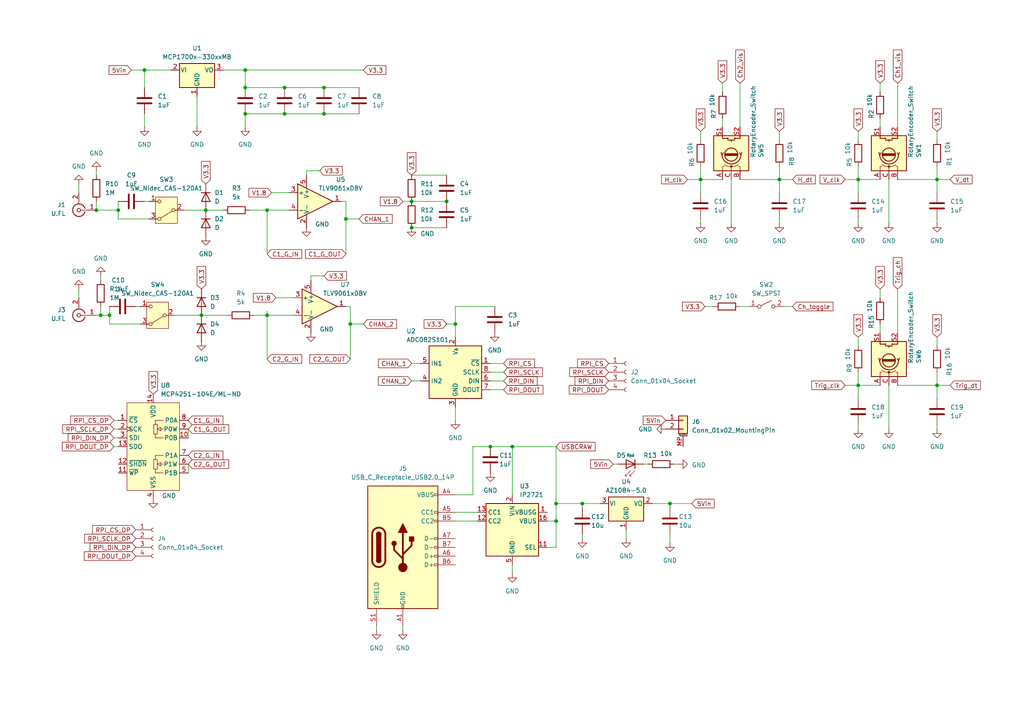
<source format=kicad_sch>
(kicad_sch (version 20250114) (generator "eeschema") (generator_version "9.0")
  (paper "A4")
  (junction (at 226.06 52.07))
  (junction (at 119.38 58.42))
  (junction (at 148.59 129.54))
  (junction (at 100.33 63.5))
  (junction (at 142.24 129.54))
  (junction (at 129.54 58.42))
  (junction (at 93.98 25.4))
  (junction (at 168.91 146.05))
  (junction (at 93.98 33.02))
  (junction (at 58.42 91.44))
  (junction (at 161.29 151.13))
  (junction (at 71.12 20.32))
  (junction (at 161.29 146.05))
  (junction (at 77.47 60.96))
  (junction (at 248.92 111.76))
  (junction (at 271.78 52.07))
  (junction (at 34.29 60.96))
  (junction (at 59.69 60.96))
  (junction (at 203.2 52.07))
  (junction (at 29.21 91.44))
  (junction (at 132.08 93.98))
  (junction (at 71.12 25.4))
  (junction (at 101.6 93.98))
  (junction (at 71.12 33.02))
  (junction (at 119.38 66.04))
  (junction (at 31.75 91.44))
  (junction (at 77.47 91.44))
  (junction (at 82.55 25.4))
  (junction (at 41.91 20.32))
  (junction (at 248.92 52.07))
  (junction (at 82.55 33.02))
  (junction (at 271.78 111.76))
  (junction (at 27.94 60.96))
  (junction (at 194.31 146.05))
  (wire (pts (xy 142.24 107.95) (xy 146.05 107.95)))
  (wire (pts (xy 34.29 63.5) (xy 43.18 63.5)))
  (wire (pts (xy 196.85 134.62) (xy 195.58 134.62)))
  (wire (pts (xy 34.29 60.96) (xy 34.29 58.42)))
  (wire (pts (xy 168.91 154.94) (xy 168.91 156.21)))
  (wire (pts (xy 148.59 129.54) (xy 161.29 129.54)))
  (wire (pts (xy 78.74 55.88) (xy 83.82 55.88)))
  (wire (pts (xy 142.24 105.41) (xy 146.05 105.41)))
  (wire (pts (xy 71.12 20.32) (xy 105.41 20.32)))
  (wire (pts (xy 71.12 20.32) (xy 64.77 20.32)))
  (wire (pts (xy 31.75 88.9) (xy 31.75 91.44)))
  (wire (pts (xy 101.6 88.9) (xy 101.6 93.98)))
  (wire (pts (xy 248.92 48.26) (xy 248.92 52.07)))
  (wire (pts (xy 148.59 129.54) (xy 148.59 143.51)))
  (wire (pts (xy 77.47 91.44) (xy 85.09 91.44)))
  (wire (pts (xy 161.29 129.54) (xy 161.29 146.05)))
  (wire (pts (xy 245.11 111.76) (xy 248.92 111.76)))
  (wire (pts (xy 41.91 20.32) (xy 38.1 20.32)))
  (wire (pts (xy 194.31 147.32) (xy 194.31 146.05)))
  (wire (pts (xy 82.55 25.4) (xy 93.98 25.4)))
  (wire (pts (xy 248.92 111.76) (xy 248.92 115.57)))
  (wire (pts (xy 271.78 111.76) (xy 275.59 111.76)))
  (wire (pts (xy 248.92 63.5) (xy 248.92 64.77)))
  (wire (pts (xy 271.78 107.95) (xy 271.78 111.76)))
  (wire (pts (xy 214.63 52.07) (xy 226.06 52.07)))
  (wire (pts (xy 209.55 52.07) (xy 203.2 52.07)))
  (wire (pts (xy 41.91 33.02) (xy 41.91 36.83)))
  (wire (pts (xy 109.22 181.61) (xy 109.22 182.88)))
  (wire (pts (xy 132.08 151.13) (xy 138.43 151.13)))
  (wire (pts (xy 226.06 48.26) (xy 226.06 52.07)))
  (wire (pts (xy 248.92 38.1) (xy 248.92 40.64)))
  (wire (pts (xy 271.78 111.76) (xy 271.78 115.57)))
  (wire (pts (xy 31.75 91.44) (xy 31.75 93.98)))
  (wire (pts (xy 31.75 93.98) (xy 40.64 93.98)))
  (wire (pts (xy 93.98 33.02) (xy 104.14 33.02)))
  (wire (pts (xy 245.11 52.07) (xy 248.92 52.07)))
  (wire (pts (xy 142.24 129.54) (xy 148.59 129.54)))
  (wire (pts (xy 27.94 91.44) (xy 29.21 91.44)))
  (wire (pts (xy 27.94 60.96) (xy 34.29 60.96)))
  (wire (pts (xy 132.08 148.59) (xy 138.43 148.59)))
  (wire (pts (xy 29.21 91.44) (xy 31.75 91.44)))
  (wire (pts (xy 161.29 151.13) (xy 161.29 158.75)))
  (wire (pts (xy 255.27 34.29) (xy 255.27 36.83)))
  (wire (pts (xy 226.06 52.07) (xy 226.06 55.88)))
  (wire (pts (xy 255.27 93.98) (xy 255.27 96.52)))
  (wire (pts (xy 189.23 146.05) (xy 194.31 146.05)))
  (wire (pts (xy 209.55 34.29) (xy 209.55 36.83)))
  (wire (pts (xy 255.27 52.07) (xy 248.92 52.07)))
  (wire (pts (xy 186.69 134.62) (xy 187.96 134.62)))
  (wire (pts (xy 34.29 63.5) (xy 34.29 60.96)))
  (wire (pts (xy 271.78 123.19) (xy 271.78 124.46)))
  (wire (pts (xy 199.39 52.07) (xy 203.2 52.07)))
  (wire (pts (xy 257.81 111.76) (xy 257.81 124.46)))
  (wire (pts (xy 77.47 60.96) (xy 83.82 60.96)))
  (wire (pts (xy 129.54 93.98) (xy 132.08 93.98)))
  (wire (pts (xy 226.06 52.07) (xy 229.87 52.07)))
  (wire (pts (xy 71.12 20.32) (xy 71.12 25.4)))
  (wire (pts (xy 132.08 143.51) (xy 137.16 143.51)))
  (wire (pts (xy 22.86 83.82) (xy 22.86 86.36)))
  (wire (pts (xy 101.6 93.98) (xy 105.41 93.98)))
  (wire (pts (xy 119.38 110.49) (xy 121.92 110.49)))
  (wire (pts (xy 59.69 60.96) (xy 53.34 60.96)))
  (wire (pts (xy 143.51 88.9) (xy 132.08 88.9)))
  (wire (pts (xy 260.35 52.07) (xy 271.78 52.07)))
  (wire (pts (xy 92.71 49.53) (xy 88.9 49.53)))
  (wire (pts (xy 248.92 107.95) (xy 248.92 111.76)))
  (wire (pts (xy 255.27 111.76) (xy 248.92 111.76)))
  (wire (pts (xy 148.59 163.83) (xy 148.59 166.37)))
  (wire (pts (xy 212.09 52.07) (xy 212.09 64.77)))
  (wire (pts (xy 57.15 27.94) (xy 57.15 36.83)))
  (wire (pts (xy 260.35 83.82) (xy 260.35 96.52)))
  (wire (pts (xy 226.06 63.5) (xy 226.06 64.77)))
  (wire (pts (xy 271.78 63.5) (xy 271.78 64.77)))
  (wire (pts (xy 257.81 52.07) (xy 257.81 64.77)))
  (wire (pts (xy 194.31 146.05) (xy 200.66 146.05)))
  (wire (pts (xy 72.39 60.96) (xy 77.47 60.96)))
  (wire (pts (xy 80.01 86.36) (xy 85.09 86.36)))
  (wire (pts (xy 226.06 38.1) (xy 226.06 40.64)))
  (wire (pts (xy 71.12 25.4) (xy 82.55 25.4)))
  (wire (pts (xy 93.98 25.4) (xy 104.14 25.4)))
  (wire (pts (xy 132.08 88.9) (xy 132.08 93.98)))
  (wire (pts (xy 203.2 38.1) (xy 203.2 40.64)))
  (wire (pts (xy 43.18 58.42) (xy 41.91 58.42)))
  (wire (pts (xy 161.29 158.75) (xy 158.75 158.75)))
  (wire (pts (xy 101.6 93.98) (xy 101.6 104.14)))
  (wire (pts (xy 161.29 146.05) (xy 168.91 146.05)))
  (wire (pts (xy 214.63 24.13) (xy 214.63 36.83)))
  (wire (pts (xy 168.91 146.05) (xy 173.99 146.05)))
  (wire (pts (xy 29.21 80.01) (xy 29.21 81.28)))
  (wire (pts (xy 34.29 127) (xy 33.02 127)))
  (wire (pts (xy 260.35 24.13) (xy 260.35 36.83)))
  (wire (pts (xy 119.38 58.42) (xy 129.54 58.42)))
  (wire (pts (xy 100.33 58.42) (xy 99.06 58.42)))
  (wire (pts (xy 271.78 97.79) (xy 271.78 100.33)))
  (wire (pts (xy 27.94 49.53) (xy 27.94 50.8)))
  (wire (pts (xy 116.84 58.42) (xy 119.38 58.42)))
  (wire (pts (xy 101.6 88.9) (xy 100.33 88.9)))
  (wire (pts (xy 158.75 151.13) (xy 161.29 151.13)))
  (wire (pts (xy 271.78 48.26) (xy 271.78 52.07)))
  (wire (pts (xy 77.47 91.44) (xy 77.47 104.14)))
  (wire (pts (xy 204.47 88.9) (xy 207.01 88.9)))
  (wire (pts (xy 248.92 123.19) (xy 248.92 124.46)))
  (wire (pts (xy 100.33 63.5) (xy 104.14 63.5)))
  (wire (pts (xy 203.2 52.07) (xy 203.2 55.88)))
  (wire (pts (xy 100.33 63.5) (xy 100.33 73.66)))
  (wire (pts (xy 137.16 143.51) (xy 137.16 129.54)))
  (wire (pts (xy 209.55 24.13) (xy 209.55 26.67)))
  (wire (pts (xy 194.31 154.94) (xy 194.31 157.48)))
  (wire (pts (xy 142.24 113.03) (xy 146.05 113.03)))
  (wire (pts (xy 34.29 121.92) (xy 33.02 121.92)))
  (wire (pts (xy 203.2 63.5) (xy 203.2 64.77)))
  (wire (pts (xy 119.38 50.8) (xy 129.54 50.8)))
  (wire (pts (xy 100.33 58.42) (xy 100.33 63.5)))
  (wire (pts (xy 71.12 33.02) (xy 71.12 36.83)))
  (wire (pts (xy 90.17 80.01) (xy 90.17 81.28)))
  (wire (pts (xy 22.86 53.34) (xy 22.86 55.88)))
  (wire (pts (xy 177.8 134.62) (xy 179.07 134.62)))
  (wire (pts (xy 40.64 88.9) (xy 39.37 88.9)))
  (wire (pts (xy 77.47 90.17) (xy 77.47 91.44)))
  (wire (pts (xy 255.27 83.82) (xy 255.27 86.36)))
  (wire (pts (xy 27.94 58.42) (xy 27.94 60.96)))
  (wire (pts (xy 88.9 49.53) (xy 88.9 50.8)))
  (wire (pts (xy 137.16 129.54) (xy 142.24 129.54)))
  (wire (pts (xy 82.55 33.02) (xy 93.98 33.02)))
  (wire (pts (xy 49.53 20.32) (xy 41.91 20.32)))
  (wire (pts (xy 73.66 91.44) (xy 77.47 91.44)))
  (wire (pts (xy 271.78 52.07) (xy 275.59 52.07)))
  (wire (pts (xy 34.29 129.54) (xy 33.02 129.54)))
  (wire (pts (xy 255.27 24.13) (xy 255.27 26.67)))
  (wire (pts (xy 161.29 146.05) (xy 161.29 151.13)))
  (wire (pts (xy 64.77 60.96) (xy 59.69 60.96)))
  (wire (pts (xy 260.35 111.76) (xy 271.78 111.76)))
  (wire (pts (xy 54.61 134.62) (xy 54.61 137.16)))
  (wire (pts (xy 132.08 93.98) (xy 132.08 97.79)))
  (wire (pts (xy 248.92 52.07) (xy 248.92 55.88)))
  (wire (pts (xy 116.84 181.61) (xy 116.84 182.88)))
  (wire (pts (xy 93.98 80.01) (xy 90.17 80.01)))
  (wire (pts (xy 132.08 118.11) (xy 132.08 121.92)))
  (wire (pts (xy 41.91 20.32) (xy 41.91 25.4)))
  (wire (pts (xy 71.12 33.02) (xy 82.55 33.02)))
  (wire (pts (xy 271.78 38.1) (xy 271.78 40.64)))
  (wire (pts (xy 58.42 91.44) (xy 50.8 91.44)))
  (wire (pts (xy 142.24 110.49) (xy 146.05 110.49)))
  (wire (pts (xy 168.91 147.32) (xy 168.91 146.05)))
  (wire (pts (xy 271.78 52.07) (xy 271.78 55.88)))
  (wire (pts (xy 214.63 88.9) (xy 217.17 88.9)))
  (wire (pts (xy 119.38 66.04) (xy 129.54 66.04)))
  (wire (pts (xy 227.33 88.9) (xy 229.87 88.9)))
  (wire (pts (xy 119.38 105.41) (xy 121.92 105.41)))
  (wire (pts (xy 54.61 124.46) (xy 54.61 127)))
  (wire (pts (xy 77.47 60.96) (xy 77.47 73.66)))
  (wire (pts (xy 29.21 88.9) (xy 29.21 91.44)))
  (wire (pts (xy 203.2 48.26) (xy 203.2 52.07)))
  (wire (pts (xy 181.61 153.67) (xy 181.61 156.21)))
  (wire (pts (xy 34.29 124.46) (xy 33.02 124.46)))
  (wire (pts (xy 248.92 97.79) (xy 248.92 100.33)))
  (wire (pts (xy 58.42 91.44) (xy 66.04 91.44)))
  (global_label "RPI_DOUT_DP" (shape input) (at 39.37 161.29 180) (property "Intersheetrefs" "${INTERSHEET_REFS}" (effects (hide yes))))
  (global_label "C2_G_OUT" (shape input) (at 101.6 104.14 180) (property "Intersheetrefs" "${INTERSHEET_REFS}" (effects (hide yes))))
  (global_label "CHAN_2" (shape input) (at 119.38 110.49 180) (property "Intersheetrefs" "${INTERSHEET_REFS}" (effects (hide yes))))
  (global_label "CHAN_1" (shape input) (at 104.14 63.5 0) (property "Intersheetrefs" "${INTERSHEET_REFS}" (effects (hide yes))))
  (global_label "RPI_CS_DP" (shape input) (at 39.37 153.67 180) (property "Intersheetrefs" "${INTERSHEET_REFS}" (effects (hide yes))))
  (global_label "V1.8" (shape input) (at 116.84 58.42 180) (property "Intersheetrefs" "${INTERSHEET_REFS}" (effects (hide yes))))
  (global_label "V3.3" (shape input) (at 203.2 38.1 90) (property "Intersheetrefs" "${INTERSHEET_REFS}" (effects (hide yes))))
  (global_label "V3.3" (shape input) (at 59.69 53.34 90) (property "Intersheetrefs" "${INTERSHEET_REFS}" (effects (hide yes))))
  (global_label "V3.3" (shape input) (at 105.41 20.32 0) (property "Intersheetrefs" "${INTERSHEET_REFS}" (effects (hide yes))))
  (global_label "V3.3" (shape input) (at 119.38 50.8 90) (property "Intersheetrefs" "${INTERSHEET_REFS}" (effects (hide yes))))
  (global_label "V3.3" (shape input) (at 248.92 38.1 90) (property "Intersheetrefs" "${INTERSHEET_REFS}" (effects (hide yes))))
  (global_label "RPI_CS_DP" (shape input) (at 33.02 121.92 180) (property "Intersheetrefs" "${INTERSHEET_REFS}" (effects (hide yes))))
  (global_label "RPI_DIN_DP" (shape input) (at 39.37 158.75 180) (property "Intersheetrefs" "${INTERSHEET_REFS}" (effects (hide yes))))
  (global_label "CHAN_1" (shape input) (at 119.38 105.41 180) (property "Intersheetrefs" "${INTERSHEET_REFS}" (effects (hide yes))))
  (global_label "Trig_dt" (shape input) (at 275.59 111.76 0) (property "Intersheetrefs" "${INTERSHEET_REFS}" (effects (hide yes))))
  (global_label "RPI_DIN" (shape input) (at 146.05 110.49 0) (property "Intersheetrefs" "${INTERSHEET_REFS}" (effects (hide yes))))
  (global_label "RPI_DIN_DP" (shape input) (at 33.02 127 180) (property "Intersheetrefs" "${INTERSHEET_REFS}" (effects (hide yes))))
  (global_label "RPI_SCLK" (shape input) (at 146.05 107.95 0) (property "Intersheetrefs" "${INTERSHEET_REFS}" (effects (hide yes))))
  (global_label "C2_G_IN" (shape input) (at 54.61 132.08 0) (property "Intersheetrefs" "${INTERSHEET_REFS}" (effects (hide yes))))
  (global_label "V3.3" (shape input) (at 204.47 88.9 180) (property "Intersheetrefs" "${INTERSHEET_REFS}" (effects (hide yes))))
  (global_label "V3.3" (shape input) (at 226.06 38.1 90) (property "Intersheetrefs" "${INTERSHEET_REFS}" (effects (hide yes))))
  (global_label "C1_G_OUT" (shape input) (at 54.61 124.46 0) (property "Intersheetrefs" "${INTERSHEET_REFS}" (effects (hide yes))))
  (global_label "V1.8" (shape input) (at 78.74 55.88 180) (property "Intersheetrefs" "${INTERSHEET_REFS}" (effects (hide yes))))
  (global_label "RPI_CS" (shape input) (at 176.53 105.41 180) (property "Intersheetrefs" "${INTERSHEET_REFS}" (effects (hide yes))))
  (global_label "Ch1_vis" (shape input) (at 260.35 24.13 90) (property "Intersheetrefs" "${INTERSHEET_REFS}" (effects (hide yes))))
  (global_label "C1_G_IN" (shape input) (at 54.61 121.92 0) (property "Intersheetrefs" "${INTERSHEET_REFS}" (effects (hide yes))))
  (global_label "RPI_DIN" (shape input) (at 176.53 110.49 180) (property "Intersheetrefs" "${INTERSHEET_REFS}" (effects (hide yes))))
  (global_label "V3.3" (shape input) (at 255.27 83.82 90) (property "Intersheetrefs" "${INTERSHEET_REFS}" (effects (hide yes))))
  (global_label "V3.3" (shape input) (at 93.98 80.01 0) (property "Intersheetrefs" "${INTERSHEET_REFS}" (effects (hide yes))))
  (global_label "V3.3" (shape input) (at 248.92 97.79 90) (property "Intersheetrefs" "${INTERSHEET_REFS}" (effects (hide yes))))
  (global_label "V3.3" (shape input) (at 255.27 24.13 90) (property "Intersheetrefs" "${INTERSHEET_REFS}" (effects (hide yes))))
  (global_label "V3.3" (shape input) (at 209.55 24.13 90) (property "Intersheetrefs" "${INTERSHEET_REFS}" (effects (hide yes))))
  (global_label "H_dt" (shape input) (at 229.87 52.07 0) (property "Intersheetrefs" "${INTERSHEET_REFS}" (effects (hide yes))))
  (global_label "V1.8" (shape input) (at 80.01 86.36 180) (property "Intersheetrefs" "${INTERSHEET_REFS}" (effects (hide yes))))
  (global_label "RPI_CS" (shape input) (at 146.05 105.41 0) (property "Intersheetrefs" "${INTERSHEET_REFS}" (effects (hide yes))))
  (global_label "RPI_DOUT" (shape input) (at 176.53 113.03 180) (property "Intersheetrefs" "${INTERSHEET_REFS}" (effects (hide yes))))
  (global_label "C1_G_OUT" (shape input) (at 100.33 73.66 180) (property "Intersheetrefs" "${INTERSHEET_REFS}" (effects (hide yes))))
  (global_label "C2_G_IN" (shape input) (at 77.47 104.14 0) (property "Intersheetrefs" "${INTERSHEET_REFS}" (effects (hide yes))))
  (global_label "CHAN_2" (shape input) (at 105.41 93.98 0) (property "Intersheetrefs" "${INTERSHEET_REFS}" (effects (hide yes))))
  (global_label "Trig_ch" (shape input) (at 260.35 83.82 90) (property "Intersheetrefs" "${INTERSHEET_REFS}" (effects (hide yes))))
  (global_label "Ch2_vis" (shape input) (at 214.63 24.13 90) (property "Intersheetrefs" "${INTERSHEET_REFS}" (effects (hide yes))))
  (global_label "V3.3" (shape input) (at 44.45 114.3 90) (property "Intersheetrefs" "${INTERSHEET_REFS}" (effects (hide yes))))
  (global_label "RPI_DOUT_DP" (shape input) (at 33.02 129.54 180) (property "Intersheetrefs" "${INTERSHEET_REFS}" (effects (hide yes))))
  (global_label "C2_G_OUT" (shape input) (at 54.61 134.62 0) (property "Intersheetrefs" "${INTERSHEET_REFS}" (effects (hide yes))))
  (global_label "RPI_SCLK_DP" (shape input) (at 39.37 156.21 180) (property "Intersheetrefs" "${INTERSHEET_REFS}" (effects (hide yes))))
  (global_label "V3.3" (shape input) (at 58.42 83.82 90) (property "Intersheetrefs" "${INTERSHEET_REFS}" (effects (hide yes))))
  (global_label "5Vin" (shape input) (at 177.8 134.62 180) (property "Intersheetrefs" "${INTERSHEET_REFS}" (effects (hide yes))))
  (global_label "V3.3" (shape input) (at 271.78 38.1 90) (property "Intersheetrefs" "${INTERSHEET_REFS}" (effects (hide yes))))
  (global_label "5Vin" (shape input) (at 193.04 121.92 180) (property "Intersheetrefs" "${INTERSHEET_REFS}" (effects (hide yes))))
  (global_label "V3.3" (shape input) (at 129.54 93.98 180) (property "Intersheetrefs" "${INTERSHEET_REFS}" (effects (hide yes))))
  (global_label "5Vin" (shape input) (at 38.1 20.32 180) (property "Intersheetrefs" "${INTERSHEET_REFS}" (effects (hide yes))))
  (global_label "5Vin" (shape input) (at 200.66 146.05 0) (property "Intersheetrefs" "${INTERSHEET_REFS}" (effects (hide yes))))
  (global_label "RPI_SCLK" (shape input) (at 176.53 107.95 180) (property "Intersheetrefs" "${INTERSHEET_REFS}" (effects (hide yes))))
  (global_label "V_clk" (shape input) (at 245.11 52.07 180) (property "Intersheetrefs" "${INTERSHEET_REFS}" (effects (hide yes))))
  (global_label "V3.3" (shape input) (at 92.71 49.53 0) (property "Intersheetrefs" "${INTERSHEET_REFS}" (effects (hide yes))))
  (global_label "Ch_toggle" (shape input) (at 229.87 88.9 0) (property "Intersheetrefs" "${INTERSHEET_REFS}" (effects (hide yes))))
  (global_label "RPI_DOUT" (shape input) (at 146.05 113.03 0) (property "Intersheetrefs" "${INTERSHEET_REFS}" (effects (hide yes))))
  (global_label "C1_G_IN" (shape input) (at 77.47 73.66 0) (property "Intersheetrefs" "${INTERSHEET_REFS}" (effects (hide yes))))
  (global_label "USBCRAW" (shape input) (at 161.29 129.54 0) (property "Intersheetrefs" "${INTERSHEET_REFS}" (effects (hide yes))))
  (global_label "V_dt" (shape input) (at 275.59 52.07 0) (property "Intersheetrefs" "${INTERSHEET_REFS}" (effects (hide yes))))
  (global_label "RPI_SCLK_DP" (shape input) (at 33.02 124.46 180) (property "Intersheetrefs" "${INTERSHEET_REFS}" (effects (hide yes))))
  (global_label "V3.3" (shape input) (at 271.78 97.79 90) (property "Intersheetrefs" "${INTERSHEET_REFS}" (effects (hide yes))))
  (global_label "Trig_clk" (shape input) (at 245.11 111.76 180) (property "Intersheetrefs" "${INTERSHEET_REFS}" (effects (hide yes))))
  (global_label "H_clk" (shape input) (at 199.39 52.07 180) (property "Intersheetrefs" "${INTERSHEET_REFS}" (effects (hide yes))))
  (symbol (lib_id "power:GND") (at 181.61 156.21 0) (unit 1)
    (property "Reference" "#PWR017" (effects (hide yes)))
    (property "Value" "GND" (at 181.61 161.29 0))
    (property "Description" "Power symbol creates a global label with name \"GND\" , ground" (effects (hide yes)))
  )
  (symbol (lib_id "Connector:USB_C_Receptacle_USB2.0_14P") (at 116.84 158.75 0) (unit 1)
    (property "Reference" "J5" (at 116.84 135.89 0))
    (property "Value" "USB_C_Receptacle_USB2.0_14P" (at 116.84 138.43 0))
    (property "Footprint" "Connector_USB:USB_C_Receptacle_Amphenol_124019772112A" (effects (hide yes)))
    (property "Datasheet" "https://www.usb.org/sites/default/files/documents/usb_type-c.zip" (effects (hide yes)))
    (property "Description" "USB 2.0-only 14P Type-C Receptacle connector" (effects (hide yes)))
  )
  (symbol (lib_id "Device:R") (at 226.06 44.45 0) (unit 1)
    (property "Reference" "R8" (at 229.616 45.466 90) (effects (justify right)))
    (property "Value" "10k" (at 229.108 40.8939 90) (effects (justify right)))
    (property "Footprint" "Capacitor_SMD:C_0603_1608Metric" (effects (hide yes)))
    (property "Description" "Resistor" (effects (hide yes)))
  )
  (symbol (lib_id "Device:C") (at 71.12 29.21 0) (unit 1)
    (property "Reference" "C2" (at 74.93 27.9399 0) (effects (justify left)))
    (property "Value" "1uF" (at 74.93 30.4799 0) (effects (justify left)))
    (property "Footprint" "Capacitor_SMD:C_1206_3216Metric" (effects (hide yes)))
    (property "Datasheet" "https://eecs.engineering.oregonstate.edu/education/inventory_datasheets/P1502744917.pdf" (effects (hide yes)))
    (property "Description" "Unpolarized capacitor" (effects (hide yes)))
    (property "Supplier" "https://eecs.engineering.oregonstate.edu/education/tekbotSuite/tekbot/pages/publicInventoryPart.php?stocknumber=P1502744917" (effects (hide yes)))
  )
  (symbol (lib_id "Device:C") (at 271.78 59.69 0) (unit 1)
    (property "Reference" "C15" (at 275.59 58.4199 0) (effects (justify left)))
    (property "Value" "1uF" (at 275.59 60.9599 0) (effects (justify left)))
    (property "Footprint" "Capacitor_SMD:C_1206_3216Metric" (effects (hide yes)))
    (property "Datasheet" "https://mm.digikey.com/Volume0/opasdata/d220001/medias/docus/609/CL05A105KO5NNNC_Spec_5-2-19.pdf" (effects (hide yes)))
    (property "Description" "Unpolarized capacitor" (effects (hide yes)))
    (property "Supplier" "https://eecs.engineering.oregonstate.edu/education/tekbotSuite/tekbot/pages/publicInventoryPart.php?stocknumber=P1502744917" (effects (hide yes)))
  )
  (symbol (lib_id "power:GND") (at 168.91 156.21 0) (unit 1)
    (property "Reference" "#PWR019" (effects (hide yes)))
    (property "Value" "GND" (at 168.91 161.29 0))
    (property "Description" "Power symbol creates a global label with name \"GND\" , ground" (effects (hide yes)))
  )
  (symbol (lib_id "power:GND") (at 271.78 124.46 0) (unit 1)
    (property "Reference" "#PWR032" (effects (hide yes)))
    (property "Value" "GND" (at 271.78 129.54 0))
    (property "Description" "Power symbol creates a global label with name \"GND\" , ground" (effects (hide yes)))
  )
  (symbol (lib_id "power:GND") (at 196.85 134.62 90) (unit 1)
    (property "Reference" "#PWR022" (effects (hide yes)))
    (property "Value" "GND" (at 202.692 134.874 90))
    (property "Description" "Power symbol creates a global label with name \"GND\" , ground" (effects (hide yes)))
  )
  (symbol (lib_id "Device:C") (at 248.92 119.38 0) (unit 1)
    (property "Reference" "C18" (at 252.73 118.1099 0) (effects (justify left)))
    (property "Value" "1uF" (at 252.73 120.6499 0) (effects (justify left)))
    (property "Footprint" "Capacitor_SMD:C_1206_3216Metric" (effects (hide yes)))
    (property "Datasheet" "https://mm.digikey.com/Volume0/opasdata/d220001/medias/docus/609/CL05A105KO5NNNC_Spec_5-2-19.pdf" (effects (hide yes)))
    (property "Description" "Unpolarized capacitor" (effects (hide yes)))
    (property "Supplier" "https://eecs.engineering.oregonstate.edu/education/tekbotSuite/tekbot/pages/publicInventoryPart.php?stocknumber=P1502744917" (effects (hide yes)))
  )
  (symbol (lib_id "Device:R") (at 210.82 88.9 270) (unit 1)
    (property "Reference" "R17" (at 209.5499 86.36 90) (effects (justify right)))
    (property "Value" "10k" (at 214.122 85.852 90) (effects (justify right)))
    (property "Footprint" "Capacitor_SMD:C_0603_1608Metric" (effects (hide yes)))
    (property "Description" "Resistor" (effects (hide yes)))
  )
  (symbol (lib_id "Interface_USB:IP2721") (at 148.59 153.67 0) (unit 1)
    (property "Reference" "U3" (at 150.7333 140.97 0) (effects (justify left)))
    (property "Value" "IP2721" (at 150.7333 143.51 0) (effects (justify left)))
    (property "Footprint" "Package_SO:TSSOP-16_4.4x5mm_P0.65mm" (effects (hide yes)))
    (property "Datasheet" "https://datasheet.lcsc.com/lcsc/2006111335_INJOINIC-IP2721_C603176.pdf" (effects (hide yes)))
    (property "Description" "USB TYPEC  PD Controller Interface, TSSOP-16" (effects (hide yes)))
  )
  (symbol (lib_id "power:GND") (at 248.92 124.46 0) (unit 1)
    (property "Reference" "#PWR030" (effects (hide yes)))
    (property "Value" "GND" (at 248.92 129.54 0))
    (property "Description" "Power symbol creates a global label with name \"GND\" , ground" (effects (hide yes)))
  )
  (symbol (lib_id "power:GND") (at 212.09 64.77 0) (unit 1)
    (property "Reference" "#PWR028" (effects (hide yes)))
    (property "Value" "GND" (at 212.09 69.85 0))
    (property "Description" "Power symbol creates a global label with name \"GND\" , ground" (effects (hide yes)))
  )
  (symbol (lib_id "Device:C") (at 143.51 92.71 0) (unit 1)
    (property "Reference" "C3" (at 147.32 91.4399 0) (effects (justify left)))
    (property "Value" "1uF" (at 147.32 93.9799 0) (effects (justify left)))
    (property "Footprint" "Capacitor_SMD:C_1206_3216Metric" (effects (hide yes)))
    (property "Datasheet" "https://mm.digikey.com/Volume0/opasdata/d220001/medias/docus/609/CL05A105KO5NNNC_Spec_5-2-19.pdf" (effects (hide yes)))
    (property "Description" "Unpolarized capacitor" (effects (hide yes)))
    (property "Supplier" "https://eecs.engineering.oregonstate.edu/education/tekbotSuite/tekbot/pages/publicInventoryPart.php?stocknumber=P1502744917" (effects (hide yes)))
  )
  (symbol (lib_id "PCM_JLCPCB-Diodes:LED,0805,Red") (at 182.88 134.62 90) (unit 1)
    (property "Reference" "D5" (at 181.5146 132.08 90) (effects (justify left)))
    (property "Value" "Red" (at 184.0547 132.08 90) (effects (font (size 0.8 0.8)) (justify left)))
    (property "Footprint" "PCM_JLCPCB:D_0805" (effects (hide yes)))
    (property "Datasheet" "https://www.lcsc.com/datasheet/lcsc_datasheet_2409272203_Foshan-NationStar-Optoelectronics-NCD0805R1_C84256.pdf" (effects (hide yes)))
    (property "Description" "25mA Colorless transparent lens 67mcd~195mcd -30°C~+85°C 615nm~630nm Individual diode Red 130° 65mW 1.6V~2.6V 0805 LED Indication - Discrete ROHS" (effects (hide yes)))
    (property "LCSC" "C84256" (effects (hide yes)))
    (property "Stock" "2976925" (effects (hide yes)))
    (property "Price" "0.016USD" (effects (hide yes)))
    (property "Process" "SMT" (effects (hide yes)))
    (property "Minimum Qty" "20" (effects (hide yes)))
    (property "Attrition Qty" "10" (effects (hide yes)))
    (property "Class" "Basic Component" (effects (hide yes)))
    (property "Category" "Optoelectronics,Light Emitting Diodes (LED)" (effects (hide yes)))
    (property "Manufacturer" "Foshan NationStar Optoelectronics" (effects (hide yes)))
    (property "Part" "NCD0805R1" (effects (hide yes)))
    (property "Operating Temperature" "-30°C~+85°C" (effects (hide yes)))
    (property "Viewing Angle" "130°" (effects (hide yes)))
    (property "Forward Current" "25mA" (effects (hide yes)))
    (property "Forward Voltage (VF)" "1.6V~2.6V" (effects (hide yes)))
    (property "Luminous Intensity" "67mcd~195mcd" (effects (hide yes)))
    (property "Dominant Wavelength" "615nm~630nm" (effects (hide yes)))
    (property "Power Dissipation" "65mW" (effects (hide yes)))
    (property "Emitted Color" "Red" (effects (hide yes)))
    (property "Diode Configuration" "Independent Diode" (effects (hide yes)))
    (property "Lens Color" "Colorless Transparent Lens" (effects (hide yes)))
  )
  (symbol (lib_id "power:GND") (at 257.81 124.46 0) (unit 1)
    (property "Reference" "#PWR031" (effects (hide yes)))
    (property "Value" "GND" (at 257.81 129.54 0))
    (property "Description" "Power symbol creates a global label with name \"GND\" , ground" (effects (hide yes)))
  )
  (symbol (lib_id "power:GND") (at 22.86 53.34 180) (unit 1)
    (property "Reference" "#PWR02" (effects (hide yes)))
    (property "Value" "GND" (at 22.86 48.26 0))
    (property "Description" "Power symbol creates a global label with name \"GND\" , ground" (effects (hide yes)))
  )
  (symbol (lib_id "Amplifier_Operational:TLV9061xDBV") (at 92.71 88.9 0) (unit 1)
    (property "Reference" "U7" (at 100.076 82.55 0))
    (property "Value" "TLV9061xDBV" (at 100.076 85.09 0))
    (property "Footprint" "Package_TO_SOT_SMD:SOT-23-5" (effects (hide yes)))
    (property "Datasheet" "https://www.ti.com/lit/ds/symlink/tlv9061.pdf" (effects (hide yes)))
    (property "Description" "10-MHz, RRIO, CMOS Operational Amplifiers for Cost-Sensitive Systems, SOT-23-5" (effects (hide yes)))
  )
  (symbol (lib_id "power:GND") (at 142.24 137.16 0) (unit 1)
    (property "Reference" "#PWR09" (effects (hide yes)))
    (property "Value" "GND" (at 142.24 142.24 0))
    (property "Description" "Power symbol creates a global label with name \"GND\" , ground" (effects (hide yes)))
  )
  (symbol (lib_id "Device:C") (at 226.06 59.69 0) (unit 1)
    (property "Reference" "C17" (at 229.87 58.4199 0) (effects (justify left)))
    (property "Value" "1uF" (at 229.87 60.9599 0) (effects (justify left)))
    (property "Footprint" "Capacitor_SMD:C_1206_3216Metric" (effects (hide yes)))
    (property "Datasheet" "https://mm.digikey.com/Volume0/opasdata/d220001/medias/docus/609/CL05A105KO5NNNC_Spec_5-2-19.pdf" (effects (hide yes)))
    (property "Description" "Unpolarized capacitor" (effects (hide yes)))
    (property "Supplier" "https://eecs.engineering.oregonstate.edu/education/tekbotSuite/tekbot/pages/publicInventoryPart.php?stocknumber=P1502744917" (effects (hide yes)))
  )
  (symbol (lib_id "Device:C") (at 194.31 151.13 0) (unit 1)
    (property "Reference" "C13" (at 196.85 149.86 0) (effects (justify left)))
    (property "Value" "10u" (at 196.85 152.4 0) (effects (justify left)))
    (property "Footprint" "Capacitor_SMD:C_1206_3216Metric" (effects (hide yes)))
    (property "Datasheet" "https://eecs.engineering.oregonstate.edu/education/inventory_datasheets/P1502744917.pdf" (effects (hide yes)))
    (property "Description" "Unpolarized capacitor" (effects (hide yes)))
    (property "Supplier" "https://eecs.engineering.oregonstate.edu/education/tekbotSuite/tekbot/pages/publicInventoryPart.php?stocknumber=P1502744917" (effects (hide yes)))
  )
  (symbol (lib_id "power:GND") (at 109.22 182.88 0) (unit 1)
    (property "Reference" "#PWR011" (effects (hide yes)))
    (property "Value" "GND" (at 109.22 187.96 0))
    (property "Description" "Power symbol creates a global label with name \"GND\" , ground" (effects (hide yes)))
  )
  (symbol (lib_id "Device:C") (at 41.91 29.21 0) (unit 1)
    (property "Reference" "C1" (at 45.72 27.9399 0) (effects (justify left)))
    (property "Value" "1uF" (at 45.72 30.4799 0) (effects (justify left)))
    (property "Footprint" "Capacitor_SMD:C_1206_3216Metric" (effects (hide yes)))
    (property "Datasheet" "https://mm.digikey.com/Volume0/opasdata/d220001/medias/docus/609/CL05A105KO5NNNC_Spec_5-2-19.pdf" (effects (hide yes)))
    (property "Description" "Unpolarized capacitor" (effects (hide yes)))
    (property "Supplier" "https://eecs.engineering.oregonstate.edu/education/tekbotSuite/tekbot/pages/publicInventoryPart.php?stocknumber=P1502744917" (effects (hide yes)))
  )
  (symbol (lib_id "power:GND") (at 119.38 66.04 0) (unit 1)
    (property "Reference" "#PWR015" (effects (hide yes)))
    (property "Value" "GND" (at 123.952 67.818 0))
    (property "Description" "Power symbol creates a global label with name \"GND\" , ground" (effects (hide yes)))
  )
  (symbol (lib_id "Switch:SW_SPST") (at 222.25 88.9 0) (unit 1)
    (property "Reference" "SW2" (at 222.25 82.55 0))
    (property "Value" "SW_SPST" (at 222.25 85.09 0))
    (property "Description" "Single Pole Single Throw (SPST) switch" (effects (hide yes)))
  )
  (symbol (lib_id "Device:D") (at 58.42 87.63 270) (unit 1)
    (property "Reference" "D3" (at 60.96 86.3599 90) (effects (justify left)))
    (property "Value" "D" (at 60.96 88.8999 90) (effects (justify left)))
    (property "Footprint" "Diode_SMD:D_0201_0603Metric" (effects (hide yes)))
    (property "Description" "Diode" (effects (hide yes)))
    (property "Sim.Device" "D" (effects (hide yes)))
    (property "Sim.Pins" "1=K 2=A" (effects (hide yes)))
  )
  (symbol (lib_id "Device:R") (at 255.27 90.17 0) (unit 1)
    (property "Reference" "R15" (at 252.73 91.4401 90) (effects (justify right)))
    (property "Value" "10k" (at 252.222 86.868 90) (effects (justify right)))
    (property "Footprint" "Capacitor_SMD:C_0603_1608Metric" (effects (hide yes)))
    (property "Description" "Resistor" (effects (hide yes)))
  )
  (symbol (lib_id "Device:R") (at 255.27 30.48 0) (unit 1)
    (property "Reference" "R2" (at 252.73 31.7501 90) (effects (justify right)))
    (property "Value" "10k" (at 252.222 27.178 90) (effects (justify right)))
    (property "Footprint" "Capacitor_SMD:C_0603_1608Metric" (effects (hide yes)))
    (property "Description" "Resistor" (effects (hide yes)))
  )
  (symbol (lib_id "power:GND") (at 203.2 64.77 0) (unit 1)
    (property "Reference" "#PWR027" (effects (hide yes)))
    (property "Value" "GND" (at 203.2 69.85 0))
    (property "Description" "Power symbol creates a global label with name \"GND\" , ground" (effects (hide yes)))
  )
  (symbol (lib_id "Device:R") (at 271.78 44.45 0) (unit 1)
    (property "Reference" "R1" (at 275.336 45.466 90) (effects (justify right)))
    (property "Value" "10k" (at 274.828 40.8939 90) (effects (justify right)))
    (property "Footprint" "Capacitor_SMD:C_0603_1608Metric" (effects (hide yes)))
    (property "Description" "Resistor" (effects (hide yes)))
  )
  (symbol (lib_id "power:GND") (at 27.94 49.53 180) (unit 1)
    (property "Reference" "#PWR012" (effects (hide yes)))
    (property "Value" "GND" (at 27.94 44.45 0))
    (property "Description" "Power symbol creates a global label with name \"GND\" , ground" (effects (hide yes)))
  )
  (symbol (lib_id "power:GND") (at 88.9 66.04 0) (unit 1)
    (property "Reference" "#PWR014" (effects (hide yes)))
    (property "Value" "GND" (at 93.472 65.024 0))
    (property "Description" "Power symbol creates a global label with name \"GND\" , ground" (effects (hide yes)))
  )
  (symbol (lib_id "power:GND") (at 271.78 64.77 0) (unit 1)
    (property "Reference" "#PWR026" (effects (hide yes)))
    (property "Value" "GND" (at 271.78 69.85 0))
    (property "Description" "Power symbol creates a global label with name \"GND\" , ground" (effects (hide yes)))
  )
  (symbol (lib_id "Switch:SW_Nidec_CAS-120A1") (at 45.72 91.44 180) (unit 1)
    (property "Reference" "SW4" (at 45.72 82.55 0))
    (property "Value" "SW_Nidec_CAS-120A1" (at 45.72 85.09 0))
    (property "Footprint" "Button_Switch_SMD:Nidec_Copal_CAS-120A" (effects (hide yes)))
    (property "Datasheet" "https://www.nidec-components.com/e/catalog/switch/cas.pdf" (effects (hide yes)))
    (property "Description" "Switch, single pole double throw" (effects (hide yes)))
  )
  (symbol (lib_id "Device:R") (at 248.92 44.45 0) (unit 1)
    (property "Reference" "R5" (at 246.38 45.7201 90) (effects (justify right)))
    (property "Value" "10k" (at 245.872 41.148 90) (effects (justify right)))
    (property "Footprint" "Capacitor_SMD:C_0603_1608Metric" (effects (hide yes)))
    (property "Description" "Resistor" (effects (hide yes)))
  )
  (symbol (lib_id "Analog_ADC:ADC082S101") (at 132.08 107.95 0) (unit 1)
    (property "Reference" "U2" (at 117.856 96.012 0) (effects (justify left)))
    (property "Value" "ADC082S101" (at 117.856 98.552 0) (effects (justify left)))
    (property "Footprint" "Package_SO:VSSOP-8_3x3mm_P0.65mm" (effects (hide yes)))
    (property "Datasheet" "https://www.ti.com/lit/ds/symlink/adc082s101.pdf" (effects (hide yes)))
    (property "Description" "2 channel, 500 - 1000 ksps, 8-bit ADC, 2.7 - 5.25V supply, TSSOP-8 (MSOP-8, Texas VSSOP-8)" (effects (hide yes)))
    (property "Supplier" "https://www.digikey.com/en/products/detail/texas-instruments/ADC082S101CIMM-NOPB/807951" (effects (hide yes)))
  )
  (symbol (lib_id "Device:C") (at 248.92 59.69 0) (unit 1)
    (property "Reference" "C14" (at 252.73 58.4199 0) (effects (justify left)))
    (property "Value" "1uF" (at 252.73 60.9599 0) (effects (justify left)))
    (property "Footprint" "Capacitor_SMD:C_1206_3216Metric" (effects (hide yes)))
    (property "Datasheet" "https://mm.digikey.com/Volume0/opasdata/d220001/medias/docus/609/CL05A105KO5NNNC_Spec_5-2-19.pdf" (effects (hide yes)))
    (property "Description" "Unpolarized capacitor" (effects (hide yes)))
    (property "Supplier" "https://eecs.engineering.oregonstate.edu/education/tekbotSuite/tekbot/pages/publicInventoryPart.php?stocknumber=P1502744917" (effects (hide yes)))
  )
  (symbol (lib_id "Device:R") (at 209.55 30.48 0) (unit 1)
    (property "Reference" "R7" (at 207.01 31.7501 90) (effects (justify right)))
    (property "Value" "10k" (at 206.502 27.178 90) (effects (justify right)))
    (property "Footprint" "Capacitor_SMD:C_0603_1608Metric" (effects (hide yes)))
    (property "Description" "Resistor" (effects (hide yes)))
  )
  (symbol (lib_id "Device:R") (at 271.78 104.14 0) (unit 1)
    (property "Reference" "R16" (at 275.336 105.156 90) (effects (justify right)))
    (property "Value" "10k" (at 274.828 100.5839 90) (effects (justify right)))
    (property "Footprint" "Capacitor_SMD:C_0603_1608Metric" (effects (hide yes)))
    (property "Description" "Resistor" (effects (hide yes)))
  )
  (symbol (lib_id "PCM_JLCPCB-Extended:RF, Connector, U.FL") (at 22.86 60.96 180) (unit 1)
    (property "Reference" "J1" (at 19.05 59.3967 0) (effects (justify left)))
    (property "Value" "U.FL" (at 19.05 61.9367 0) (effects (justify left)))
    (property "Footprint" "Connector_Coaxial:BNC_Amphenol_031-5539_Vertical" (effects (hide yes)))
    (property "Datasheet" "https://wmsc.lcsc.com/wmsc/upload/file/pdf/v2/lcsc/2208151830_BAT-WIRELESS-BWU-FL-IPEX1_C5137195.pdf" (effects (hide yes)))
    (property "Description" "coaxial connector (BNC, SMA, SMB, SMC, Cinch/RCA, LEMO, ...)" (effects (hide yes)))
    (property "LCSC" "C5137195" (effects (hide yes)))
  )
  (symbol (lib_id "Device:C") (at 129.54 54.61 0) (unit 1)
    (property "Reference" "C4" (at 133.35 53.3399 0) (effects (justify left)))
    (property "Value" "1uF" (at 133.35 55.8799 0) (effects (justify left)))
    (property "Footprint" "Capacitor_SMD:C_1206_3216Metric" (effects (hide yes)))
    (property "Datasheet" "https://mm.digikey.com/Volume0/opasdata/d220001/medias/docus/609/CL05A105KO5NNNC_Spec_5-2-19.pdf" (effects (hide yes)))
    (property "Description" "Unpolarized capacitor" (effects (hide yes)))
    (property "Supplier" "https://eecs.engineering.oregonstate.edu/education/tekbotSuite/tekbot/pages/publicInventoryPart.php?stocknumber=P1502744917" (effects (hide yes)))
  )
  (symbol (lib_id "Device:C") (at 129.54 62.23 0) (unit 1)
    (property "Reference" "C5" (at 133.35 60.9599 0) (effects (justify left)))
    (property "Value" "1uF" (at 133.35 63.4999 0) (effects (justify left)))
    (property "Footprint" "Capacitor_SMD:C_1206_3216Metric" (effects (hide yes)))
    (property "Datasheet" "https://mm.digikey.com/Volume0/opasdata/d220001/medias/docus/609/CL05A105KO5NNNC_Spec_5-2-19.pdf" (effects (hide yes)))
    (property "Description" "Unpolarized capacitor" (effects (hide yes)))
    (property "Supplier" "https://eecs.engineering.oregonstate.edu/education/tekbotSuite/tekbot/pages/publicInventoryPart.php?stocknumber=P1502744917" (effects (hide yes)))
  )
  (symbol (lib_id "power:GND") (at 116.84 182.88 0) (unit 1)
    (property "Reference" "#PWR010" (effects (hide yes)))
    (property "Value" "GND" (at 116.84 187.96 0))
    (property "Description" "Power symbol creates a global label with name \"GND\" , ground" (effects (hide yes)))
  )
  (symbol (lib_id "power:GND") (at 257.81 64.77 0) (unit 1)
    (property "Reference" "#PWR025" (effects (hide yes)))
    (property "Value" "GND" (at 257.81 69.85 0))
    (property "Description" "Power symbol creates a global label with name \"GND\" , ground" (effects (hide yes)))
  )
  (symbol (lib_id "Device:D") (at 59.69 57.15 270) (unit 1)
    (property "Reference" "D1" (at 62.23 55.8799 90) (effects (justify left)))
    (property "Value" "D" (at 62.23 58.4199 90) (effects (justify left)))
    (property "Footprint" "Diode_SMD:D_0201_0603Metric" (effects (hide yes)))
    (property "Description" "Diode" (effects (hide yes)))
    (property "Sim.Device" "D" (effects (hide yes)))
    (property "Sim.Pins" "1=K 2=A" (effects (hide yes)))
  )
  (symbol (lib_id "Device:C") (at 142.24 133.35 0) (unit 1)
    (property "Reference" "C11" (at 144.78 132.08 0) (effects (justify left)))
    (property "Value" "1uF" (at 144.78 134.62 0) (effects (justify left)))
    (property "Footprint" "Capacitor_SMD:C_1206_3216Metric" (effects (hide yes)))
    (property "Datasheet" "https://eecs.engineering.oregonstate.edu/education/inventory_datasheets/P1502744917.pdf" (effects (hide yes)))
    (property "Description" "Unpolarized capacitor" (effects (hide yes)))
    (property "Supplier" "https://eecs.engineering.oregonstate.edu/education/tekbotSuite/tekbot/pages/publicInventoryPart.php?stocknumber=P1502744917" (effects (hide yes)))
  )
  (symbol (lib_id "Device:C") (at 104.14 29.21 0) (unit 1)
    (property "Reference" "C8" (at 107.95 27.9399 0) (effects (justify left)))
    (property "Value" "1uF" (at 107.95 30.4799 0) (effects (justify left)))
    (property "Footprint" "Capacitor_SMD:C_1206_3216Metric" (effects (hide yes)))
    (property "Datasheet" "https://mm.digikey.com/Volume0/opasdata/d220001/medias/docus/609/CL05A105KO5NNNC_Spec_5-2-19.pdf" (effects (hide yes)))
    (property "Description" "Unpolarized capacitor" (effects (hide yes)))
    (property "Supplier" "https://eecs.engineering.oregonstate.edu/education/tekbotSuite/tekbot/pages/publicInventoryPart.php?stocknumber=P1502744917" (effects (hide yes)))
  )
  (symbol (lib_id "power:GND") (at 71.12 36.83 0) (unit 1)
    (property "Reference" "#PWR04" (effects (hide yes)))
    (property "Value" "GND" (at 71.12 41.91 0))
    (property "Description" "Power symbol creates a global label with name \"GND\" , ground" (effects (hide yes)))
  )
  (symbol (lib_id "Potentiometer_Digital:MCP4251-xxxx-SL") (at 44.45 129.54 0) (unit 1)
    (property "Reference" "U8" (at 46.5933 111.76 0) (effects (justify left)))
    (property "Value" "MCP4251-104E/ML-ND" (at 46.5933 114.3 0) (effects (justify left)))
    (property "Footprint" "Package_SO:TSSOP-14-1EP_4.4x5mm_P0.65mm" (effects (hide yes)))
    (property "Datasheet" "http://ww1.microchip.com/downloads/en/devicedoc/22060b.pdf" (effects (hide yes)))
    (property "Description" "Dual 8 Bit Digital Pot, SPI, Volatile Memory, SOIC-14" (effects (hide yes)))
  )
  (symbol (lib_id "power:GND") (at 148.59 166.37 0) (unit 1)
    (property "Reference" "#PWR013" (effects (hide yes)))
    (property "Value" "GND" (at 148.59 171.45 0))
    (property "Description" "Power symbol creates a global label with name \"GND\" , ground" (effects (hide yes)))
  )
  (symbol (lib_id "Device:C") (at 38.1 58.42 90) (unit 1)
    (property "Reference" "C9" (at 38.1 50.8 90))
    (property "Value" "1uF" (at 38.1 53.34 90))
    (property "Footprint" "Capacitor_SMD:C_1206_3216Metric" (effects (hide yes)))
    (property "Datasheet" "https://mm.digikey.com/Volume0/opasdata/d220001/medias/docus/609/CL05A105KO5NNNC_Spec_5-2-19.pdf" (effects (hide yes)))
    (property "Description" "Unpolarized capacitor" (effects (hide yes)))
  )
  (symbol (lib_id "Device:R") (at 191.77 134.62 270) (unit 1)
    (property "Reference" "R13" (at 190.4999 132.08 90) (effects (justify right)))
    (property "Value" "10k" (at 195.072 131.572 90) (effects (justify right)))
    (property "Footprint" "Capacitor_SMD:C_0603_1608Metric" (effects (hide yes)))
    (property "Description" "Resistor" (effects (hide yes)))
  )
  (symbol (lib_id "Device:C") (at 203.2 59.69 0) (unit 1)
    (property "Reference" "C16" (at 207.01 58.4199 0) (effects (justify left)))
    (property "Value" "1uF" (at 207.01 60.9599 0) (effects (justify left)))
    (property "Footprint" "Capacitor_SMD:C_1206_3216Metric" (effects (hide yes)))
    (property "Datasheet" "https://mm.digikey.com/Volume0/opasdata/d220001/medias/docus/609/CL05A105KO5NNNC_Spec_5-2-19.pdf" (effects (hide yes)))
    (property "Description" "Unpolarized capacitor" (effects (hide yes)))
    (property "Supplier" "https://eecs.engineering.oregonstate.edu/education/tekbotSuite/tekbot/pages/publicInventoryPart.php?stocknumber=P1502744917" (effects (hide yes)))
  )
  (symbol (lib_id "Device:RotaryEncoder_Switch") (at 257.81 104.14 90) (unit 1)
    (property "Reference" "SW6" (at 266.446 105.41 0) (effects (justify left)))
    (property "Value" "RotaryEncoder_Switch" (at 264.16 105.4099 0) (effects (justify left)))
    (property "Footprint" "Rotary_Encoder:RotaryEncoder_Alps_EC11E-Switch_Vertical_H20mm" (effects (hide yes)))
    (property "Description" "Rotary encoder, dual channel, incremental quadrate outputs, with switch" (effects (hide yes)))
  )
  (symbol (lib_id "Device:C") (at 168.91 151.13 0) (unit 1)
    (property "Reference" "C12" (at 171.45 149.86 0) (effects (justify left)))
    (property "Value" "10u" (at 171.45 152.4 0) (effects (justify left)))
    (property "Footprint" "Capacitor_SMD:C_1206_3216Metric" (effects (hide yes)))
    (property "Datasheet" "https://eecs.engineering.oregonstate.edu/education/inventory_datasheets/P1502744917.pdf" (effects (hide yes)))
    (property "Description" "Unpolarized capacitor" (effects (hide yes)))
    (property "Supplier" "https://eecs.engineering.oregonstate.edu/education/tekbotSuite/tekbot/pages/publicInventoryPart.php?stocknumber=P1502744917" (effects (hide yes)))
  )
  (symbol (lib_id "Device:R") (at 248.92 104.14 0) (unit 1)
    (property "Reference" "R9" (at 246.38 105.4101 90) (effects (justify right)))
    (property "Value" "10k" (at 245.872 100.838 90) (effects (justify right)))
    (property "Footprint" "Capacitor_SMD:C_0603_1608Metric" (effects (hide yes)))
    (property "Description" "Resistor" (effects (hide yes)))
  )
  (symbol (lib_id "Regulator_Linear:MCP1700x-330xxMB") (at 57.15 20.32 0) (unit 1)
    (property "Reference" "U1" (at 57.15 13.97 0))
    (property "Value" "MCP1700x-330xxMB" (at 57.15 16.51 0))
    (property "Footprint" "Package_TO_SOT_SMD:SOT-89-3" (effects (hide yes)))
    (property "Datasheet" "http://ww1.microchip.com/downloads/en/DeviceDoc/20001826D.pdf" (effects (hide yes)))
    (property "Description" "250mA Low Quiscent Current LDO, 3.3V output, SOT-89" (effects (hide yes)))
  )
  (symbol (lib_id "power:GND") (at 90.17 96.52 0) (unit 1)
    (property "Reference" "#PWR018" (effects (hide yes)))
    (property "Value" "GND" (at 94.742 95.504 0))
    (property "Description" "Power symbol creates a global label with name \"GND\" , ground" (effects (hide yes)))
  )
  (symbol (lib_id "Amplifier_Operational:TLV9061xDBV") (at 91.44 58.42 0) (unit 1)
    (property "Reference" "U5" (at 98.806 52.07 0))
    (property "Value" "TLV9061xDBV" (at 98.806 54.61 0))
    (property "Footprint" "Package_TO_SOT_SMD:SOT-23-5" (effects (hide yes)))
    (property "Datasheet" "https://www.ti.com/lit/ds/symlink/tlv9061.pdf" (effects (hide yes)))
    (property "Description" "10-MHz, RRIO, CMOS Operational Amplifiers for Cost-Sensitive Systems, SOT-23-5" (effects (hide yes)))
  )
  (symbol (lib_id "Device:R") (at 68.58 60.96 270) (unit 1)
    (property "Reference" "R3" (at 68.58 54.61 90))
    (property "Value" "5k" (at 68.58 57.15 90))
    (property "Footprint" "Capacitor_SMD:C_0603_1608Metric" (effects (hide yes)))
    (property "Datasheet" "https://yageogroup.com/content/datasheet/asset/file/PYU-RT_1-TO-0-01_ROHS_L" (effects (hide yes)))
    (property "Description" "Resistor" (effects (hide yes)))
  )
  (symbol (lib_id "Connector:Conn_01x04_Socket") (at 44.45 156.21 0) (unit 1)
    (property "Reference" "J4" (at 45.72 156.2099 0) (effects (justify left)))
    (property "Value" "Conn_01x04_Socket" (at 45.72 158.7499 0) (effects (justify left)))
    (property "Footprint" "Connector_PinHeader_2.00mm:PinHeader_1x04_P2.00mm_Vertical" (effects (hide yes)))
    (property "Description" "Generic connector, single row, 01x04, script generated" (effects (hide yes)))
  )
  (symbol (lib_id "power:GND") (at 226.06 64.77 0) (unit 1)
    (property "Reference" "#PWR029" (effects (hide yes)))
    (property "Value" "GND" (at 226.06 69.85 0))
    (property "Description" "Power symbol creates a global label with name \"GND\" , ground" (effects (hide yes)))
  )
  (symbol (lib_id "power:GND") (at 29.21 80.01 180) (unit 1)
    (property "Reference" "#PWR016" (effects (hide yes)))
    (property "Value" "GND" (at 29.21 74.93 0))
    (property "Description" "Power symbol creates a global label with name \"GND\" , ground" (effects (hide yes)))
  )
  (symbol (lib_id "Device:R") (at 27.94 54.61 180) (unit 1)
    (property "Reference" "R10" (at 30.48 53.3399 0) (effects (justify right)))
    (property "Value" "1M" (at 30.48 55.8799 0) (effects (justify right)))
    (property "Footprint" "Capacitor_SMD:C_0603_1608Metric" (effects (hide yes)))
    (property "Datasheet" "https://industrial.panasonic.com/cdbs/www-data/pdf/RDM0000/AOA0000C307.pdf" (effects (hide yes)))
    (property "Description" "Resistor" (effects (hide yes)))
  )
  (symbol (lib_id "Device:D") (at 58.42 95.25 270) (unit 1)
    (property "Reference" "D4" (at 60.96 93.9799 90) (effects (justify left)))
    (property "Value" "D" (at 60.96 96.5199 90) (effects (justify left)))
    (property "Footprint" "Diode_SMD:D_0201_0603Metric" (effects (hide yes)))
    (property "Description" "Diode" (effects (hide yes)))
    (property "Sim.Device" "D" (effects (hide yes)))
    (property "Sim.Pins" "1=K 2=A" (effects (hide yes)))
  )
  (symbol (lib_id "power:GND") (at 194.31 157.48 0) (unit 1)
    (property "Reference" "#PWR021" (effects (hide yes)))
    (property "Value" "GND" (at 194.31 162.56 0))
    (property "Description" "Power symbol creates a global label with name \"GND\" , ground" (effects (hide yes)))
  )
  (symbol (lib_id "Device:D") (at 59.69 64.77 270) (unit 1)
    (property "Reference" "D2" (at 62.23 63.4999 90) (effects (justify left)))
    (property "Value" "D" (at 62.23 66.0399 90) (effects (justify left)))
    (property "Footprint" "Diode_SMD:D_0201_0603Metric" (effects (hide yes)))
    (property "Description" "Diode" (effects (hide yes)))
    (property "Sim.Device" "D" (effects (hide yes)))
    (property "Sim.Pins" "1=K 2=A" (effects (hide yes)))
  )
  (symbol (lib_id "power:GND") (at 44.45 144.78 0) (unit 1)
    (property "Reference" "#PWR020" (effects (hide yes)))
    (property "Value" "GND" (at 49.022 143.764 0))
    (property "Description" "Power symbol creates a global label with name \"GND\" , ground" (effects (hide yes)))
  )
  (symbol (lib_id "PCM_JLCPCB-Extended:RF, Connector, U.FL") (at 22.86 91.44 180) (unit 1)
    (property "Reference" "J3" (at 19.05 89.8767 0) (effects (justify left)))
    (property "Value" "U.FL" (at 19.05 92.4167 0) (effects (justify left)))
    (property "Footprint" "Connector_Coaxial:BNC_Amphenol_031-5539_Vertical" (effects (hide yes)))
    (property "Datasheet" "https://wmsc.lcsc.com/wmsc/upload/file/pdf/v2/lcsc/2208151830_BAT-WIRELESS-BWU-FL-IPEX1_C5137195.pdf" (effects (hide yes)))
    (property "Description" "coaxial connector (BNC, SMA, SMB, SMC, Cinch/RCA, LEMO, ...)" (effects (hide yes)))
    (property "LCSC" "C5137195" (effects (hide yes)))
  )
  (symbol (lib_id "Device:RotaryEncoder_Switch") (at 212.09 44.45 90) (unit 1)
    (property "Reference" "SW5" (at 220.726 45.72 0) (effects (justify left)))
    (property "Value" "RotaryEncoder_Switch" (at 218.44 45.7199 0) (effects (justify left)))
    (property "Footprint" "Rotary_Encoder:RotaryEncoder_Alps_EC11E-Switch_Vertical_H20mm" (effects (hide yes)))
    (property "Description" "Rotary encoder, dual channel, incremental quadrate outputs, with switch" (effects (hide yes)))
  )
  (symbol (lib_id "Switch:SW_Nidec_CAS-120A1") (at 48.26 60.96 180) (unit 1)
    (property "Reference" "SW3" (at 48.26 52.07 0))
    (property "Value" "SW_Nidec_CAS-120A1" (at 48.26 54.61 0))
    (property "Footprint" "Button_Switch_SMD:Nidec_Copal_CAS-120A" (effects (hide yes)))
    (property "Datasheet" "https://www.nidec-components.com/e/catalog/switch/cas.pdf" (effects (hide yes)))
    (property "Description" "Switch, single pole double throw" (effects (hide yes)))
  )
  (symbol (lib_id "Device:R") (at 119.38 54.61 180) (unit 1)
    (property "Reference" "R11" (at 121.92 53.3399 0) (effects (justify right)))
    (property "Value" "10k" (at 121.92 55.8799 0) (effects (justify right)))
    (property "Footprint" "Capacitor_SMD:C_0603_1608Metric" (effects (hide yes)))
    (property "Datasheet" "https://www.vishay.com/docs/20035/dcrcwe3.pdf" (effects (hide yes)))
    (property "Description" "Resistor" (effects (hide yes)))
  )
  (symbol (lib_id "power:GND") (at 22.86 83.82 180) (unit 1)
    (property "Reference" "#PWR08" (effects (hide yes)))
    (property "Value" "GND" (at 22.86 78.74 0))
    (property "Description" "Power symbol creates a global label with name \"GND\" , ground" (effects (hide yes)))
  )
  (symbol (lib_id "power:GND") (at 57.15 36.83 0) (unit 1)
    (property "Reference" "#PWR03" (effects (hide yes)))
    (property "Value" "GND" (at 57.15 41.91 0))
    (property "Description" "Power symbol creates a global label with name \"GND\" , ground" (effects (hide yes)))
  )
  (symbol (lib_id "Regulator_Linear:AZ1084-5.0") (at 181.61 146.05 0) (unit 1)
    (property "Reference" "U4" (at 181.61 139.7 0))
    (property "Value" "AZ1084-5.0" (at 181.61 142.24 0))
    (property "Footprint" "Package_TO_SOT_SMD:TO-252-2" (effects (hide yes)))
    (property "Datasheet" "https://www.diodes.com/assets/Datasheets/AZ1084C.pdf" (effects (hide yes)))
    (property "Description" "5A 12V Fixed LDO Linear Regulator, 1.5V, TO-220/TO-252/TO-263" (effects (hide yes)))
    (property "Supplier" "https://www.digikey.com/en/products/detail/diodes-incorporated/AZ1084CD-5-0TRG1/5305927" (effects (hide yes)))
  )
  (symbol (lib_id "power:GND") (at 132.08 121.92 0) (unit 1)
    (property "Reference" "#PWR05" (effects (hide yes)))
    (property "Value" "GND" (at 132.08 127 0))
    (property "Description" "Power symbol creates a global label with name \"GND\" , ground" (effects (hide yes)))
  )
  (symbol (lib_id "Device:R") (at 69.85 91.44 270) (unit 1)
    (property "Reference" "R4" (at 69.85 85.09 90))
    (property "Value" "5k" (at 69.85 87.63 90))
    (property "Footprint" "Capacitor_SMD:C_0603_1608Metric" (effects (hide yes)))
    (property "Datasheet" "https://yageogroup.com/content/datasheet/asset/file/PYU-RT_1-TO-0-01_ROHS_L" (effects (hide yes)))
    (property "Description" "Resistor" (effects (hide yes)))
  )
  (symbol (lib_id "power:GND") (at 193.04 124.46 270) (unit 1)
    (property "Reference" "#PWR023" (effects (hide yes)))
    (property "Value" "GND" (at 189.23 124.4599 90) (effects (justify right)))
    (property "Description" "Power symbol creates a global label with name \"GND\" , ground" (effects (hide yes)))
  )
  (symbol (lib_id "Device:RotaryEncoder_Switch") (at 257.81 44.45 90) (unit 1)
    (property "Reference" "SW1" (at 266.446 45.72 0) (effects (justify left)))
    (property "Value" "RotaryEncoder_Switch" (at 264.16 45.7199 0) (effects (justify left)))
    (property "Footprint" "Rotary_Encoder:RotaryEncoder_Alps_EC11E-Switch_Vertical_H20mm" (effects (hide yes)))
    (property "Description" "Rotary encoder, dual channel, incremental quadrate outputs, with switch" (effects (hide yes)))
  )
  (symbol (lib_id "Device:C") (at 271.78 119.38 0) (unit 1)
    (property "Reference" "C19" (at 275.59 118.1099 0) (effects (justify left)))
    (property "Value" "1uF" (at 275.59 120.6499 0) (effects (justify left)))
    (property "Footprint" "Capacitor_SMD:C_1206_3216Metric" (effects (hide yes)))
    (property "Datasheet" "https://mm.digikey.com/Volume0/opasdata/d220001/medias/docus/609/CL05A105KO5NNNC_Spec_5-2-19.pdf" (effects (hide yes)))
    (property "Description" "Unpolarized capacitor" (effects (hide yes)))
    (property "Supplier" "https://eecs.engineering.oregonstate.edu/education/tekbotSuite/tekbot/pages/publicInventoryPart.php?stocknumber=P1502744917" (effects (hide yes)))
  )
  (symbol (lib_id "Device:R") (at 29.21 85.09 180) (unit 1)
    (property "Reference" "R14" (at 31.75 83.8199 0) (effects (justify right)))
    (property "Value" "1M" (at 31.75 86.3599 0) (effects (justify right)))
    (property "Footprint" "Capacitor_SMD:C_0603_1608Metric" (effects (hide yes)))
    (property "Datasheet" "https://industrial.panasonic.com/cdbs/www-data/pdf/RDM0000/AOA0000C307.pdf" (effects (hide yes)))
    (property "Description" "Resistor" (effects (hide yes)))
  )
  (symbol (lib_id "power:GND") (at 59.69 68.58 0) (unit 1)
    (property "Reference" "#PWR01" (effects (hide yes)))
    (property "Value" "GND" (at 59.69 73.66 0))
    (property "Description" "Power symbol creates a global label with name \"GND\" , ground" (effects (hide yes)))
  )
  (symbol (lib_id "Device:C") (at 93.98 29.21 0) (unit 1)
    (property "Reference" "C7" (at 97.79 27.9399 0) (effects (justify left)))
    (property "Value" "1uF" (at 97.79 30.4799 0) (effects (justify left)))
    (property "Footprint" "Capacitor_SMD:C_1206_3216Metric" (effects (hide yes)))
    (property "Datasheet" "https://mm.digikey.com/Volume0/opasdata/d220001/medias/docus/609/CL05A105KO5NNNC_Spec_5-2-19.pdf" (effects (hide yes)))
    (property "Description" "Unpolarized capacitor" (effects (hide yes)))
    (property "Supplier" "https://eecs.engineering.oregonstate.edu/education/tekbotSuite/tekbot/pages/publicInventoryPart.php?stocknumber=P1502744917" (effects (hide yes)))
  )
  (symbol (lib_id "Device:C") (at 82.55 29.21 0) (unit 1)
    (property "Reference" "C6" (at 86.36 27.9399 0) (effects (justify left)))
    (property "Value" "1uF" (at 86.36 30.4799 0) (effects (justify left)))
    (property "Footprint" "Capacitor_SMD:C_1206_3216Metric" (effects (hide yes)))
    (property "Datasheet" "https://mm.digikey.com/Volume0/opasdata/d220001/medias/docus/609/CL05A105KO5NNNC_Spec_5-2-19.pdf" (effects (hide yes)))
    (property "Description" "Unpolarized capacitor" (effects (hide yes)))
    (property "Supplier" "https://eecs.engineering.oregonstate.edu/education/tekbotSuite/tekbot/pages/publicInventoryPart.php?stocknumber=P1502744917" (effects (hide yes)))
  )
  (symbol (lib_id "power:GND") (at 248.92 64.77 0) (unit 1)
    (property "Reference" "#PWR024" (effects (hide yes)))
    (property "Value" "GND" (at 248.92 69.85 0))
    (property "Description" "Power symbol creates a global label with name \"GND\" , ground" (effects (hide yes)))
  )
  (symbol (lib_id "Connector:Conn_01x04_Socket") (at 181.61 107.95 0) (unit 1)
    (property "Reference" "J2" (at 182.88 107.9499 0) (effects (justify left)))
    (property "Value" "Conn_01x04_Socket" (at 182.88 110.4899 0) (effects (justify left)))
    (property "Footprint" "Connector_PinHeader_2.00mm:PinHeader_1x04_P2.00mm_Vertical" (effects (hide yes)))
    (property "Description" "Generic connector, single row, 01x04, script generated" (effects (hide yes)))
  )
  (symbol (lib_id "Connector_Generic_MountingPin:Conn_01x02_MountingPin") (at 198.12 121.92 0) (unit 1)
    (property "Reference" "J6" (at 200.66 122.2755 0) (effects (justify left)))
    (property "Value" "Conn_01x02_MountingPin" (at 200.66 124.8155 0) (effects (justify left)))
    (property "Description" "Generic connectable mounting pin connector, single row, 01x02, script generated (kicad-library-utils/schlib/autogen/connector/)" (effects (hide yes)))
  )
  (symbol (lib_id "Device:R") (at 119.38 62.23 180) (unit 1)
    (property "Reference" "R12" (at 121.92 60.9599 0) (effects (justify right)))
    (property "Value" "10k" (at 121.92 63.4999 0) (effects (justify right)))
    (property "Footprint" "Capacitor_SMD:C_0603_1608Metric" (effects (hide yes)))
    (property "Datasheet" "https://www.vishay.com/docs/20035/dcrcwe3.pdf" (effects (hide yes)))
    (property "Description" "Resistor" (effects (hide yes)))
  )
  (symbol (lib_id "power:GND") (at 41.91 36.83 0) (unit 1)
    (property "Reference" "#PWR0101" (effects (hide yes)))
    (property "Value" "GND" (at 41.91 41.91 0))
    (property "Description" "Power symbol creates a global label with name \"GND\" , ground" (effects (hide yes)))
  )
  (symbol (lib_id "Device:R") (at 203.2 44.45 0) (unit 1)
    (property "Reference" "R6" (at 200.66 45.7201 90) (effects (justify right)))
    (property "Value" "10k" (at 200.152 41.148 90) (effects (justify right)))
    (property "Footprint" "Capacitor_SMD:C_0603_1608Metric" (effects (hide yes)))
    (property "Description" "Resistor" (effects (hide yes)))
  )
  (symbol (lib_id "Device:C") (at 35.56 88.9 90) (unit 1)
    (property "Reference" "C10" (at 34.29 81.28 90))
    (property "Value" "1uF" (at 35.56 83.82 90))
    (property "Footprint" "Capacitor_SMD:C_1206_3216Metric" (effects (hide yes)))
    (property "Datasheet" "https://mm.digikey.com/Volume0/opasdata/d220001/medias/docus/609/CL05A105KO5NNNC_Spec_5-2-19.pdf" (effects (hide yes)))
    (property "Description" "Unpolarized capacitor" (effects (hide yes)))
  )
  (symbol (lib_id "power:GND") (at 58.42 99.06 0) (unit 1)
    (property "Reference" "#PWR06" (effects (hide yes)))
    (property "Value" "GND" (at 58.42 104.14 0))
    (property "Description" "Power symbol creates a global label with name \"GND\" , ground" (effects (hide yes)))
  )
  (symbol (lib_id "power:GND") (at 143.51 96.52 0) (unit 1)
    (property "Reference" "#PWR07" (effects (hide yes)))
    (property "Value" "GND" (at 143.51 101.6 0))
    (property "Description" "Power symbol creates a global label with name \"GND\" , ground" (effects (hide yes)))
  )
)
</source>
